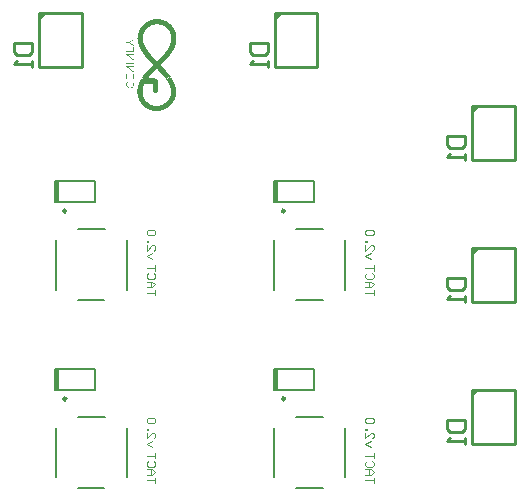
<source format=gbo>
G04*
G04 #@! TF.GenerationSoftware,Altium Limited,Altium Designer,20.1.8 (145)*
G04*
G04 Layer_Color=32896*
%FSLAX25Y25*%
%MOIN*%
G70*
G04*
G04 #@! TF.SameCoordinates,4EEE358A-EBC4-4D44-B4B5-89C592D5BD6F*
G04*
G04*
G04 #@! TF.FilePolarity,Positive*
G04*
G01*
G75*
%ADD12C,0.01000*%
%ADD26C,0.00787*%
%ADD28R,0.01181X0.07480*%
%ADD42C,0.00984*%
%ADD43C,0.00394*%
G36*
X57661Y155831D02*
X57576D01*
Y155789D01*
X57534D01*
Y155747D01*
X57449D01*
Y155704D01*
X57407D01*
Y155662D01*
X57322D01*
Y155620D01*
X57238D01*
Y155578D01*
X57196D01*
Y155535D01*
X57111D01*
Y155493D01*
X57027D01*
Y155451D01*
X56984D01*
Y155409D01*
X56900D01*
Y155367D01*
X56815D01*
Y155324D01*
X56773D01*
Y155282D01*
X56689D01*
Y155240D01*
X56604D01*
Y155197D01*
X56562D01*
Y155155D01*
X56477D01*
Y155113D01*
X56435D01*
Y155071D01*
X56350D01*
Y155028D01*
X56266D01*
Y154944D01*
X56350D01*
Y154902D01*
X56393D01*
Y154859D01*
X56477D01*
Y154817D01*
X56520D01*
Y154775D01*
X56604D01*
Y154733D01*
X56689D01*
Y154690D01*
X56731D01*
Y154648D01*
X56815D01*
Y154606D01*
X56900D01*
Y154564D01*
X56942D01*
Y154521D01*
X57027D01*
Y154479D01*
X57111D01*
Y154437D01*
X57153D01*
Y154394D01*
X57238D01*
Y154352D01*
X57280D01*
Y154310D01*
X57365D01*
Y154268D01*
X57449D01*
Y154226D01*
X57491D01*
Y154183D01*
X57576D01*
Y154141D01*
X57661D01*
Y153845D01*
X57618D01*
Y153887D01*
X57576D01*
Y153930D01*
X57491D01*
Y153972D01*
X57449D01*
Y154014D01*
X57365D01*
Y154057D01*
X57280D01*
Y154099D01*
X57238D01*
Y154141D01*
X57153D01*
Y154183D01*
X57069D01*
Y154226D01*
X57027D01*
Y154268D01*
X56942D01*
Y154310D01*
X56858D01*
Y154352D01*
X56815D01*
Y154394D01*
X56731D01*
Y154437D01*
X56689D01*
Y154479D01*
X56604D01*
Y154521D01*
X56520D01*
Y154564D01*
X56477D01*
Y154606D01*
X56393D01*
Y154648D01*
X56308D01*
Y154690D01*
X56266D01*
Y154733D01*
X56182D01*
Y154775D01*
X56097D01*
Y154817D01*
X56055D01*
Y154859D01*
X55167D01*
Y155071D01*
X56012D01*
Y155113D01*
X56097D01*
Y155155D01*
X56182D01*
Y155197D01*
X56224D01*
Y155240D01*
X56308D01*
Y155282D01*
X56393D01*
Y155324D01*
X56435D01*
Y155367D01*
X56520D01*
Y155409D01*
X56562D01*
Y155451D01*
X56646D01*
Y155493D01*
X56731D01*
Y155535D01*
X56773D01*
Y155578D01*
X56858D01*
Y155620D01*
X56942D01*
Y155662D01*
X56984D01*
Y155704D01*
X57069D01*
Y155747D01*
X57153D01*
Y155789D01*
X57196D01*
Y155831D01*
X57280D01*
Y155874D01*
X57322D01*
Y155916D01*
X57407D01*
Y155958D01*
X57491D01*
Y156000D01*
X57534D01*
Y156043D01*
X57618D01*
Y156085D01*
X57661D01*
Y155831D01*
D02*
G37*
G36*
Y151986D02*
X55167D01*
Y152239D01*
X56224D01*
Y153507D01*
X56435D01*
Y152239D01*
X57449D01*
Y153676D01*
X57661D01*
Y151986D01*
D02*
G37*
G36*
Y150929D02*
X55674D01*
Y150845D01*
X55717D01*
Y150803D01*
X55759D01*
Y150760D01*
X55801D01*
Y150718D01*
X55886D01*
Y150676D01*
X55928D01*
Y150634D01*
X55970D01*
Y150591D01*
X56012D01*
Y150549D01*
X56097D01*
Y150507D01*
X56139D01*
Y150465D01*
X56182D01*
Y150422D01*
X56224D01*
Y150380D01*
X56308D01*
Y150338D01*
X56350D01*
Y150295D01*
X56393D01*
Y150253D01*
X56435D01*
Y150211D01*
X56520D01*
Y150169D01*
X56562D01*
Y150127D01*
X56604D01*
Y150084D01*
X56689D01*
Y150042D01*
X56731D01*
Y150000D01*
X56773D01*
Y149958D01*
X56815D01*
Y149915D01*
X56900D01*
Y149873D01*
X56942D01*
Y149831D01*
X56984D01*
Y149788D01*
X57027D01*
Y149746D01*
X57111D01*
Y149704D01*
X57153D01*
Y149662D01*
X57196D01*
Y149619D01*
X57238D01*
Y149577D01*
X57322D01*
Y149535D01*
X57365D01*
Y149493D01*
X57407D01*
Y149450D01*
X57449D01*
Y149408D01*
X57534D01*
Y149366D01*
X57576D01*
Y149324D01*
X57618D01*
Y149281D01*
X57661D01*
Y149070D01*
X55167D01*
Y149324D01*
X57196D01*
Y149366D01*
X57153D01*
Y149408D01*
X57069D01*
Y149450D01*
X57027D01*
Y149493D01*
X56984D01*
Y149535D01*
X56942D01*
Y149577D01*
X56858D01*
Y149619D01*
X56815D01*
Y149662D01*
X56773D01*
Y149704D01*
X56689D01*
Y149746D01*
X56646D01*
Y149788D01*
X56604D01*
Y149831D01*
X56562D01*
Y149873D01*
X56477D01*
Y149915D01*
X56435D01*
Y149958D01*
X56393D01*
Y150000D01*
X56350D01*
Y150042D01*
X56266D01*
Y150084D01*
X56224D01*
Y150127D01*
X56182D01*
Y150169D01*
X56139D01*
Y150211D01*
X56055D01*
Y150253D01*
X56012D01*
Y150295D01*
X55970D01*
Y150338D01*
X55928D01*
Y150380D01*
X55843D01*
Y150422D01*
X55801D01*
Y150465D01*
X55759D01*
Y150507D01*
X55674D01*
Y150549D01*
X55632D01*
Y150591D01*
X55590D01*
Y150634D01*
X55548D01*
Y150676D01*
X55463D01*
Y150718D01*
X55421D01*
Y150760D01*
X55379D01*
Y150803D01*
X55336D01*
Y150845D01*
X55252D01*
Y150887D01*
X55210D01*
Y150929D01*
X55167D01*
Y151141D01*
X57661D01*
Y150929D01*
D02*
G37*
G36*
Y148014D02*
X55167D01*
Y148225D01*
X57661D01*
Y148014D01*
D02*
G37*
G36*
Y146915D02*
X55632D01*
Y146873D01*
X55674D01*
Y146830D01*
X55717D01*
Y146788D01*
X55801D01*
Y146746D01*
X55843D01*
Y146704D01*
X55886D01*
Y146661D01*
X55970D01*
Y146619D01*
X56012D01*
Y146577D01*
X56055D01*
Y146535D01*
X56097D01*
Y146492D01*
X56182D01*
Y146450D01*
X56224D01*
Y146408D01*
X56266D01*
Y146366D01*
X56308D01*
Y146323D01*
X56393D01*
Y146281D01*
X56435D01*
Y146239D01*
X56477D01*
Y146196D01*
X56520D01*
Y146154D01*
X56604D01*
Y146112D01*
X56646D01*
Y146070D01*
X56689D01*
Y146028D01*
X56731D01*
Y145985D01*
X56815D01*
Y145943D01*
X56858D01*
Y145901D01*
X56900D01*
Y145859D01*
X56942D01*
Y145816D01*
X57027D01*
Y145774D01*
X57069D01*
Y145732D01*
X57111D01*
Y145689D01*
X57153D01*
Y145647D01*
X57238D01*
Y145605D01*
X57280D01*
Y145563D01*
X57322D01*
Y145520D01*
X57407D01*
Y145478D01*
X57449D01*
Y145436D01*
X57491D01*
Y145394D01*
X57534D01*
Y145351D01*
X57618D01*
Y145309D01*
X57661D01*
Y145098D01*
X55167D01*
Y145309D01*
X57153D01*
Y145394D01*
X57111D01*
Y145436D01*
X57069D01*
Y145478D01*
X56984D01*
Y145520D01*
X56942D01*
Y145563D01*
X56900D01*
Y145605D01*
X56858D01*
Y145647D01*
X56773D01*
Y145689D01*
X56731D01*
Y145732D01*
X56689D01*
Y145774D01*
X56646D01*
Y145816D01*
X56562D01*
Y145859D01*
X56520D01*
Y145901D01*
X56477D01*
Y145943D01*
X56435D01*
Y145985D01*
X56350D01*
Y146028D01*
X56308D01*
Y146070D01*
X56266D01*
Y146112D01*
X56182D01*
Y146154D01*
X56139D01*
Y146196D01*
X56097D01*
Y146239D01*
X56055D01*
Y146281D01*
X55970D01*
Y146323D01*
X55928D01*
Y146366D01*
X55886D01*
Y146408D01*
X55843D01*
Y146450D01*
X55759D01*
Y146492D01*
X55717D01*
Y146535D01*
X55674D01*
Y146577D01*
X55632D01*
Y146619D01*
X55548D01*
Y146661D01*
X55505D01*
Y146704D01*
X55463D01*
Y146746D01*
X55421D01*
Y146788D01*
X55336D01*
Y146830D01*
X55294D01*
Y146873D01*
X55252D01*
Y146915D01*
X55210D01*
Y146957D01*
X55167D01*
Y147169D01*
X57661D01*
Y146915D01*
D02*
G37*
G36*
X65921Y162789D02*
X66302D01*
Y162746D01*
X66555D01*
Y162704D01*
X66766D01*
Y162662D01*
X66978D01*
Y162620D01*
X67147D01*
Y162577D01*
X67273D01*
Y162535D01*
X67400D01*
Y162493D01*
X67527D01*
Y162451D01*
X67654D01*
Y162408D01*
X67781D01*
Y162366D01*
X67865D01*
Y162324D01*
X67992D01*
Y162282D01*
X68076D01*
Y162239D01*
X68161D01*
Y162197D01*
X68246D01*
Y162155D01*
X68372D01*
Y162112D01*
X68414D01*
Y162070D01*
X68499D01*
Y162028D01*
X68584D01*
Y161986D01*
X68668D01*
Y161943D01*
X68753D01*
Y161901D01*
X68795D01*
Y161859D01*
X68879D01*
Y161817D01*
X68922D01*
Y161774D01*
X69006D01*
Y161732D01*
X69091D01*
Y161690D01*
X69133D01*
Y161648D01*
X69175D01*
Y161605D01*
X69260D01*
Y161563D01*
X69302D01*
Y161521D01*
X69344D01*
Y161479D01*
X69429D01*
Y161436D01*
X69471D01*
Y161394D01*
X69513D01*
Y161352D01*
X69555D01*
Y161310D01*
X69640D01*
Y161267D01*
X69682D01*
Y161225D01*
X69725D01*
Y161183D01*
X69767D01*
Y161141D01*
X69809D01*
Y161098D01*
X69851D01*
Y161056D01*
X69893D01*
Y161014D01*
X69936D01*
Y160971D01*
X69978D01*
Y160929D01*
X70020D01*
Y160887D01*
X70063D01*
Y160845D01*
X70105D01*
Y160802D01*
X70147D01*
Y160760D01*
X70189D01*
Y160718D01*
X70232D01*
Y160676D01*
X70274D01*
Y160633D01*
X70316D01*
Y160591D01*
X70358D01*
Y160507D01*
X70401D01*
Y160464D01*
X70443D01*
Y160422D01*
X70485D01*
Y160380D01*
X70527D01*
Y160295D01*
X70570D01*
Y160253D01*
X70612D01*
Y160211D01*
X70654D01*
Y160126D01*
X70696D01*
Y160084D01*
X70739D01*
Y160000D01*
X70781D01*
Y159957D01*
X70823D01*
Y159873D01*
X70865D01*
Y159831D01*
X70908D01*
Y159746D01*
X70950D01*
Y159661D01*
X70992D01*
Y159619D01*
X71034D01*
Y159535D01*
X71077D01*
Y159450D01*
X71119D01*
Y159366D01*
X71161D01*
Y159281D01*
X71204D01*
Y159197D01*
X71246D01*
Y159112D01*
X71288D01*
Y158985D01*
X71330D01*
Y158901D01*
X71372D01*
Y158774D01*
X71415D01*
Y158690D01*
X71457D01*
Y158563D01*
X71499D01*
Y158436D01*
X71542D01*
Y158309D01*
X71584D01*
Y158140D01*
X71626D01*
Y157971D01*
X71668D01*
Y157802D01*
X71711D01*
Y157549D01*
X71753D01*
Y157295D01*
X71795D01*
Y156872D01*
X71837D01*
Y155816D01*
X71795D01*
Y155394D01*
X71753D01*
Y155098D01*
X71711D01*
Y154886D01*
X71668D01*
Y154675D01*
X71626D01*
Y154506D01*
X71584D01*
Y154337D01*
X71542D01*
Y154210D01*
X71499D01*
Y154084D01*
X71457D01*
Y153957D01*
X71415D01*
Y153830D01*
X71372D01*
Y153703D01*
X71330D01*
Y153576D01*
X71288D01*
Y153492D01*
X71246D01*
Y153365D01*
X71204D01*
Y153281D01*
X71161D01*
Y153154D01*
X71119D01*
Y153069D01*
X71077D01*
Y152985D01*
X71034D01*
Y152900D01*
X70992D01*
Y152816D01*
X70950D01*
Y152731D01*
X70908D01*
Y152647D01*
X70865D01*
Y152562D01*
X70823D01*
Y152478D01*
X70781D01*
Y152393D01*
X70739D01*
Y152309D01*
X70696D01*
Y152266D01*
X70654D01*
Y152182D01*
X70612D01*
Y152097D01*
X70570D01*
Y152055D01*
X70527D01*
Y151971D01*
X70485D01*
Y151886D01*
X70443D01*
Y151844D01*
X70401D01*
Y151759D01*
X70358D01*
Y151717D01*
X70316D01*
Y151632D01*
X70274D01*
Y151590D01*
X70232D01*
Y151506D01*
X70189D01*
Y151463D01*
X70147D01*
Y151379D01*
X70105D01*
Y151337D01*
X70063D01*
Y151252D01*
X70020D01*
Y151210D01*
X69978D01*
Y151168D01*
X69936D01*
Y151083D01*
X69893D01*
Y151041D01*
X69851D01*
Y150999D01*
X69809D01*
Y150914D01*
X69767D01*
Y150872D01*
X69725D01*
Y150830D01*
X69682D01*
Y150745D01*
X69640D01*
Y150703D01*
X69598D01*
Y150661D01*
X69555D01*
Y150618D01*
X69513D01*
Y150534D01*
X69471D01*
Y150492D01*
X69429D01*
Y150449D01*
X69386D01*
Y150407D01*
X69344D01*
Y150323D01*
X69302D01*
Y150280D01*
X69260D01*
Y150238D01*
X69217D01*
Y150196D01*
X69175D01*
Y150154D01*
X69133D01*
Y150111D01*
X69091D01*
Y150027D01*
X69048D01*
Y149985D01*
X69006D01*
Y149942D01*
X68964D01*
Y149900D01*
X68922D01*
Y149858D01*
X68879D01*
Y149815D01*
X68837D01*
Y149773D01*
X68795D01*
Y149689D01*
X68753D01*
Y149646D01*
X68710D01*
Y149604D01*
X68668D01*
Y149562D01*
X68626D01*
Y149520D01*
X68584D01*
Y149477D01*
X68541D01*
Y149435D01*
X68499D01*
Y149393D01*
X68457D01*
Y149351D01*
X68414D01*
Y149308D01*
X68372D01*
Y149266D01*
X68330D01*
Y149182D01*
X68288D01*
Y149139D01*
X68246D01*
Y149097D01*
X68203D01*
Y149055D01*
X68161D01*
Y149013D01*
X68119D01*
Y148970D01*
X68076D01*
Y148928D01*
X68034D01*
Y148886D01*
X67992D01*
Y148844D01*
X67950D01*
Y148801D01*
X67907D01*
Y148759D01*
X67865D01*
Y148717D01*
X67823D01*
Y148674D01*
X67781D01*
Y148632D01*
X67738D01*
Y148590D01*
X67696D01*
Y148548D01*
X67654D01*
Y148505D01*
X67612D01*
Y148463D01*
X67569D01*
Y148421D01*
X67527D01*
Y148379D01*
X67485D01*
Y148336D01*
X67443D01*
Y148294D01*
X67400D01*
Y148252D01*
X67358D01*
Y148210D01*
X67316D01*
Y148167D01*
X67273D01*
Y148125D01*
X67231D01*
Y148083D01*
X67189D01*
Y148041D01*
X67147D01*
Y147998D01*
X67105D01*
Y147956D01*
X67062D01*
Y147914D01*
X67020D01*
Y147872D01*
X66978D01*
Y147829D01*
X66935D01*
Y147787D01*
X66893D01*
Y147745D01*
X66851D01*
Y147703D01*
X66809D01*
Y147660D01*
X66766D01*
Y147618D01*
X66724D01*
Y147576D01*
X66682D01*
Y147534D01*
X66640D01*
Y147491D01*
X66597D01*
Y147407D01*
X66640D01*
Y147364D01*
X66682D01*
Y147322D01*
X66724D01*
Y147280D01*
X66766D01*
Y147238D01*
X66809D01*
Y147195D01*
X66851D01*
Y147153D01*
X66893D01*
Y147111D01*
X66935D01*
Y147069D01*
X66978D01*
Y147027D01*
X67020D01*
Y146984D01*
X67062D01*
Y146942D01*
X67105D01*
Y146900D01*
X67147D01*
Y146857D01*
X67189D01*
Y146815D01*
X67231D01*
Y146731D01*
X67273D01*
Y146688D01*
X67316D01*
Y146646D01*
X67358D01*
Y146604D01*
X67400D01*
Y146562D01*
X67443D01*
Y146519D01*
X67485D01*
Y146477D01*
X67527D01*
Y146435D01*
X67569D01*
Y146393D01*
X67612D01*
Y146350D01*
X67654D01*
Y146308D01*
X67696D01*
Y146266D01*
X67738D01*
Y146181D01*
X67781D01*
Y146139D01*
X67823D01*
Y146097D01*
X67865D01*
Y146054D01*
X67907D01*
Y146012D01*
X67950D01*
Y145970D01*
X67992D01*
Y145928D01*
X68034D01*
Y145886D01*
X68076D01*
Y145843D01*
X68119D01*
Y145801D01*
X68161D01*
Y145717D01*
X68203D01*
Y145674D01*
X68246D01*
Y145632D01*
X68288D01*
Y145590D01*
X68330D01*
Y145547D01*
X68372D01*
Y145505D01*
X68414D01*
Y145463D01*
X68457D01*
Y145421D01*
X68499D01*
Y145336D01*
X68541D01*
Y145294D01*
X68584D01*
Y145252D01*
X68626D01*
Y145209D01*
X68668D01*
Y145167D01*
X68710D01*
Y145125D01*
X68753D01*
Y145083D01*
X68795D01*
Y144998D01*
X68837D01*
Y144956D01*
X68879D01*
Y144914D01*
X68922D01*
Y144871D01*
X68964D01*
Y144829D01*
X69006D01*
Y144787D01*
X69048D01*
Y144702D01*
X69091D01*
Y144660D01*
X69133D01*
Y144618D01*
X69175D01*
Y144576D01*
X69217D01*
Y144533D01*
X69260D01*
Y144449D01*
X69302D01*
Y144406D01*
X69344D01*
Y144364D01*
X69386D01*
Y144322D01*
X69429D01*
Y144237D01*
X69471D01*
Y144195D01*
X69513D01*
Y144153D01*
X69555D01*
Y144111D01*
X69598D01*
Y144026D01*
X69640D01*
Y143984D01*
X69682D01*
Y143942D01*
X69725D01*
Y143857D01*
X69767D01*
Y143815D01*
X69809D01*
Y143773D01*
X69851D01*
Y143688D01*
X69893D01*
Y143646D01*
X69936D01*
Y143604D01*
X69978D01*
Y143519D01*
X70020D01*
Y143477D01*
X70063D01*
Y143435D01*
X69978D01*
Y143477D01*
X69851D01*
Y143519D01*
X69344D01*
Y143477D01*
X69217D01*
Y143435D01*
X69133D01*
Y143392D01*
X69048D01*
Y143350D01*
X68964D01*
Y143308D01*
X68922D01*
Y143265D01*
X68879D01*
Y143223D01*
X68837D01*
Y143181D01*
X68795D01*
Y143139D01*
X68753D01*
Y143054D01*
X68710D01*
Y142970D01*
X68668D01*
Y142885D01*
X68626D01*
Y142758D01*
X68584D01*
Y142547D01*
X68541D01*
Y142589D01*
X68499D01*
Y142674D01*
X68457D01*
Y142716D01*
X68414D01*
Y142758D01*
X68372D01*
Y142843D01*
X68330D01*
Y142885D01*
X68288D01*
Y142928D01*
X68246D01*
Y143012D01*
X68203D01*
Y143054D01*
X68161D01*
Y143096D01*
X68119D01*
Y143139D01*
X68076D01*
Y143223D01*
X68034D01*
Y143265D01*
X67992D01*
Y143308D01*
X67950D01*
Y143350D01*
X67907D01*
Y143435D01*
X67865D01*
Y143477D01*
X67823D01*
Y143519D01*
X67781D01*
Y143561D01*
X67738D01*
Y143604D01*
X67696D01*
Y143646D01*
X67654D01*
Y143730D01*
X67612D01*
Y143773D01*
X67569D01*
Y143815D01*
X67527D01*
Y143857D01*
X67485D01*
Y143899D01*
X67443D01*
Y143942D01*
X67400D01*
Y144026D01*
X67358D01*
Y144068D01*
X67316D01*
Y144111D01*
X67273D01*
Y144153D01*
X67231D01*
Y144195D01*
X67189D01*
Y144237D01*
X67147D01*
Y144280D01*
X67105D01*
Y144364D01*
X67062D01*
Y144406D01*
X67020D01*
Y144449D01*
X66978D01*
Y144491D01*
X66935D01*
Y144533D01*
X66893D01*
Y144576D01*
X66851D01*
Y144618D01*
X66809D01*
Y144660D01*
X66766D01*
Y144745D01*
X66724D01*
Y144787D01*
X66682D01*
Y144829D01*
X66640D01*
Y144871D01*
X66597D01*
Y144914D01*
X66555D01*
Y144956D01*
X66513D01*
Y144998D01*
X66471D01*
Y145040D01*
X66428D01*
Y145083D01*
X66386D01*
Y145125D01*
X66344D01*
Y145167D01*
X66302D01*
Y145252D01*
X66259D01*
Y145294D01*
X66217D01*
Y145336D01*
X66175D01*
Y145378D01*
X66133D01*
Y145421D01*
X66090D01*
Y145463D01*
X66048D01*
Y145505D01*
X66006D01*
Y145547D01*
X65964D01*
Y145590D01*
X65921D01*
Y145632D01*
X65879D01*
Y145674D01*
X65837D01*
Y145717D01*
X65794D01*
Y145759D01*
X65752D01*
Y145843D01*
X65710D01*
Y145886D01*
X65668D01*
Y145928D01*
X65626D01*
Y145970D01*
X65583D01*
Y146012D01*
X65541D01*
Y146054D01*
X65499D01*
Y146097D01*
X65456D01*
Y146139D01*
X65414D01*
Y146181D01*
X65372D01*
Y146224D01*
X65245D01*
Y146181D01*
X65203D01*
Y146139D01*
X65161D01*
Y146097D01*
X65118D01*
Y146054D01*
X65076D01*
Y146012D01*
X65034D01*
Y145970D01*
X64992D01*
Y145928D01*
X64949D01*
Y145886D01*
X64907D01*
Y145843D01*
X64865D01*
Y145801D01*
X64823D01*
Y145759D01*
X64780D01*
Y145717D01*
X64738D01*
Y145674D01*
X64696D01*
Y145632D01*
X64654D01*
Y145590D01*
X64611D01*
Y145547D01*
X64569D01*
Y145505D01*
X64527D01*
Y145463D01*
X64485D01*
Y145421D01*
X64442D01*
Y145378D01*
X64400D01*
Y145336D01*
X64358D01*
Y145294D01*
X64315D01*
Y145252D01*
X64273D01*
Y145209D01*
X64231D01*
Y145167D01*
X64189D01*
Y145125D01*
X64147D01*
Y145083D01*
X64104D01*
Y145040D01*
X64062D01*
Y144998D01*
X64020D01*
Y144956D01*
X63977D01*
Y144914D01*
X63935D01*
Y144871D01*
X63893D01*
Y144829D01*
X63851D01*
Y144787D01*
X63808D01*
Y144745D01*
X63766D01*
Y144702D01*
X63724D01*
Y144660D01*
X63682D01*
Y144618D01*
X63639D01*
Y144576D01*
X63597D01*
Y144533D01*
X63555D01*
Y144491D01*
X63513D01*
Y144449D01*
X63470D01*
Y144406D01*
X63428D01*
Y144364D01*
X63386D01*
Y144322D01*
X63344D01*
Y144280D01*
X63301D01*
Y144237D01*
X63259D01*
Y144195D01*
X63217D01*
Y144111D01*
X63174D01*
Y144068D01*
X63132D01*
Y144026D01*
X63090D01*
Y143984D01*
X63048D01*
Y143942D01*
X63006D01*
Y143899D01*
X62963D01*
Y143857D01*
X62921D01*
Y143815D01*
X62879D01*
Y143773D01*
X62836D01*
Y143688D01*
X62794D01*
Y143646D01*
X62752D01*
Y143604D01*
X62710D01*
Y143561D01*
X62667D01*
Y143519D01*
X62625D01*
Y143477D01*
X62583D01*
Y143392D01*
X62541D01*
Y143350D01*
X62498D01*
Y143308D01*
X62456D01*
Y143265D01*
X62414D01*
Y143181D01*
X60428D01*
Y143139D01*
X60301D01*
Y143096D01*
X60216D01*
Y143139D01*
X60259D01*
Y143223D01*
X60301D01*
Y143308D01*
X60343D01*
Y143350D01*
X60386D01*
Y143435D01*
X60428D01*
Y143477D01*
X60470D01*
Y143561D01*
X60512D01*
Y143604D01*
X60554D01*
Y143688D01*
X60597D01*
Y143730D01*
X60639D01*
Y143815D01*
X60681D01*
Y143857D01*
X60724D01*
Y143899D01*
X60766D01*
Y143984D01*
X60808D01*
Y144026D01*
X60850D01*
Y144068D01*
X60893D01*
Y144153D01*
X60935D01*
Y144195D01*
X60977D01*
Y144237D01*
X61019D01*
Y144280D01*
X61062D01*
Y144364D01*
X61104D01*
Y144406D01*
X61146D01*
Y144449D01*
X61188D01*
Y144491D01*
X61231D01*
Y144576D01*
X61273D01*
Y144618D01*
X61315D01*
Y144660D01*
X61357D01*
Y144702D01*
X61400D01*
Y144745D01*
X61442D01*
Y144787D01*
X61484D01*
Y144871D01*
X61527D01*
Y144914D01*
X61569D01*
Y144956D01*
X61611D01*
Y144998D01*
X61653D01*
Y145040D01*
X61695D01*
Y145083D01*
X61738D01*
Y145125D01*
X61780D01*
Y145167D01*
X61822D01*
Y145252D01*
X61865D01*
Y145294D01*
X61907D01*
Y145336D01*
X61949D01*
Y145378D01*
X61991D01*
Y145421D01*
X62034D01*
Y145463D01*
X62076D01*
Y145505D01*
X62118D01*
Y145547D01*
X62160D01*
Y145590D01*
X62203D01*
Y145632D01*
X62245D01*
Y145674D01*
X62287D01*
Y145717D01*
X62329D01*
Y145759D01*
X62372D01*
Y145801D01*
X62414D01*
Y145886D01*
X62456D01*
Y145928D01*
X62498D01*
Y145970D01*
X62541D01*
Y146012D01*
X62583D01*
Y146054D01*
X62625D01*
Y146097D01*
X62667D01*
Y146139D01*
X62710D01*
Y146181D01*
X62752D01*
Y146224D01*
X62794D01*
Y146266D01*
X62836D01*
Y146308D01*
X62879D01*
Y146350D01*
X62921D01*
Y146393D01*
X62963D01*
Y146435D01*
X63006D01*
Y146477D01*
X63048D01*
Y146519D01*
X63090D01*
Y146562D01*
X63132D01*
Y146604D01*
X63174D01*
Y146646D01*
X63217D01*
Y146688D01*
X63259D01*
Y146731D01*
X63301D01*
Y146773D01*
X63344D01*
Y146815D01*
X63386D01*
Y146857D01*
X63428D01*
Y146900D01*
X63470D01*
Y146942D01*
X63555D01*
Y146984D01*
X63597D01*
Y147027D01*
X63639D01*
Y147069D01*
X63682D01*
Y147111D01*
X63724D01*
Y147153D01*
X63766D01*
Y147195D01*
X63808D01*
Y147238D01*
X63851D01*
Y147280D01*
X63893D01*
Y147322D01*
X63935D01*
Y147364D01*
X63977D01*
Y147407D01*
X64020D01*
Y147449D01*
X64062D01*
Y147491D01*
X64104D01*
Y147534D01*
X64062D01*
Y147576D01*
X64020D01*
Y147618D01*
X63977D01*
Y147703D01*
X63935D01*
Y147745D01*
X63893D01*
Y147787D01*
X63851D01*
Y147829D01*
X63808D01*
Y147872D01*
X63766D01*
Y147914D01*
X63724D01*
Y147956D01*
X63682D01*
Y147998D01*
X63639D01*
Y148041D01*
X63597D01*
Y148083D01*
X63555D01*
Y148125D01*
X63513D01*
Y148167D01*
X63470D01*
Y148210D01*
X63428D01*
Y148252D01*
X63386D01*
Y148294D01*
X63344D01*
Y148336D01*
X63301D01*
Y148379D01*
X63259D01*
Y148421D01*
X63217D01*
Y148463D01*
X63174D01*
Y148505D01*
X63132D01*
Y148548D01*
X63090D01*
Y148590D01*
X63048D01*
Y148632D01*
X63006D01*
Y148674D01*
X62963D01*
Y148717D01*
X62921D01*
Y148759D01*
X62879D01*
Y148801D01*
X62836D01*
Y148886D01*
X62794D01*
Y148928D01*
X62752D01*
Y148970D01*
X62710D01*
Y149013D01*
X62667D01*
Y149055D01*
X62625D01*
Y149097D01*
X62583D01*
Y149139D01*
X62541D01*
Y149182D01*
X62498D01*
Y149224D01*
X62456D01*
Y149266D01*
X62414D01*
Y149308D01*
X62372D01*
Y149351D01*
X62329D01*
Y149393D01*
X62287D01*
Y149435D01*
X62245D01*
Y149520D01*
X62203D01*
Y149562D01*
X62160D01*
Y149604D01*
X62118D01*
Y149646D01*
X62076D01*
Y149689D01*
X62034D01*
Y149773D01*
X61991D01*
Y149815D01*
X61949D01*
Y149858D01*
X61907D01*
Y149900D01*
X61865D01*
Y149942D01*
X61822D01*
Y150027D01*
X61780D01*
Y150069D01*
X61738D01*
Y150111D01*
X61695D01*
Y150154D01*
X61653D01*
Y150238D01*
X61611D01*
Y150280D01*
X61569D01*
Y150323D01*
X61527D01*
Y150365D01*
X61484D01*
Y150449D01*
X61442D01*
Y150492D01*
X61400D01*
Y150534D01*
X61357D01*
Y150618D01*
X61315D01*
Y150661D01*
X61273D01*
Y150703D01*
X61231D01*
Y150745D01*
X61188D01*
Y150830D01*
X61146D01*
Y150872D01*
X61104D01*
Y150914D01*
X61062D01*
Y150999D01*
X61019D01*
Y151041D01*
X60977D01*
Y151126D01*
X60935D01*
Y151168D01*
X60893D01*
Y151210D01*
X60850D01*
Y151295D01*
X60808D01*
Y151337D01*
X60766D01*
Y151421D01*
X60724D01*
Y151463D01*
X60681D01*
Y151548D01*
X60639D01*
Y151590D01*
X60597D01*
Y151675D01*
X60554D01*
Y151717D01*
X60512D01*
Y151802D01*
X60470D01*
Y151844D01*
X60428D01*
Y151928D01*
X60386D01*
Y151971D01*
X60343D01*
Y152055D01*
X60301D01*
Y152097D01*
X60259D01*
Y152182D01*
X60216D01*
Y152266D01*
X60174D01*
Y152309D01*
X60132D01*
Y152393D01*
X60090D01*
Y152478D01*
X60048D01*
Y152562D01*
X60005D01*
Y152604D01*
X59963D01*
Y152689D01*
X59921D01*
Y152773D01*
X59878D01*
Y152858D01*
X59836D01*
Y152943D01*
X59794D01*
Y153027D01*
X59752D01*
Y153112D01*
X59709D01*
Y153196D01*
X59667D01*
Y153281D01*
X59625D01*
Y153365D01*
X59583D01*
Y153492D01*
X59540D01*
Y153576D01*
X59498D01*
Y153661D01*
X59456D01*
Y153788D01*
X59414D01*
Y153872D01*
X59371D01*
Y153999D01*
X59329D01*
Y154126D01*
X59287D01*
Y154253D01*
X59245D01*
Y154379D01*
X59202D01*
Y154506D01*
X59160D01*
Y154633D01*
X59118D01*
Y154802D01*
X59075D01*
Y154971D01*
X59033D01*
Y155182D01*
X58991D01*
Y155394D01*
X58949D01*
Y155689D01*
X58907D01*
Y156239D01*
X58864D01*
Y156661D01*
X58907D01*
Y157168D01*
X58949D01*
Y157464D01*
X58991D01*
Y157675D01*
X59033D01*
Y157887D01*
X59075D01*
Y158056D01*
X59118D01*
Y158183D01*
X59160D01*
Y158309D01*
X59202D01*
Y158436D01*
X59245D01*
Y158563D01*
X59287D01*
Y158690D01*
X59329D01*
Y158774D01*
X59371D01*
Y158859D01*
X59414D01*
Y158985D01*
X59456D01*
Y159070D01*
X59498D01*
Y159154D01*
X59540D01*
Y159239D01*
X59583D01*
Y159324D01*
X59625D01*
Y159408D01*
X59667D01*
Y159493D01*
X59709D01*
Y159535D01*
X59752D01*
Y159619D01*
X59794D01*
Y159704D01*
X59836D01*
Y159746D01*
X59878D01*
Y159831D01*
X59921D01*
Y159873D01*
X59963D01*
Y159957D01*
X60005D01*
Y160000D01*
X60048D01*
Y160084D01*
X60090D01*
Y160126D01*
X60132D01*
Y160211D01*
X60174D01*
Y160253D01*
X60216D01*
Y160295D01*
X60259D01*
Y160338D01*
X60301D01*
Y160422D01*
X60343D01*
Y160464D01*
X60386D01*
Y160507D01*
X60428D01*
Y160549D01*
X60470D01*
Y160591D01*
X60512D01*
Y160676D01*
X60554D01*
Y160718D01*
X60597D01*
Y160760D01*
X60639D01*
Y160802D01*
X60681D01*
Y160845D01*
X60724D01*
Y160887D01*
X60766D01*
Y160929D01*
X60808D01*
Y160971D01*
X60850D01*
Y161014D01*
X60893D01*
Y161056D01*
X60935D01*
Y161098D01*
X60977D01*
Y161141D01*
X61019D01*
Y161183D01*
X61104D01*
Y161225D01*
X61146D01*
Y161267D01*
X61188D01*
Y161310D01*
X61231D01*
Y161352D01*
X61273D01*
Y161394D01*
X61357D01*
Y161436D01*
X61400D01*
Y161479D01*
X61442D01*
Y161521D01*
X61484D01*
Y161563D01*
X61569D01*
Y161605D01*
X61611D01*
Y161648D01*
X61695D01*
Y161690D01*
X61738D01*
Y161732D01*
X61822D01*
Y161774D01*
X61865D01*
Y161817D01*
X61949D01*
Y161859D01*
X61991D01*
Y161901D01*
X62076D01*
Y161943D01*
X62160D01*
Y161986D01*
X62203D01*
Y162028D01*
X62287D01*
Y162070D01*
X62372D01*
Y162112D01*
X62456D01*
Y162155D01*
X62541D01*
Y162197D01*
X62625D01*
Y162239D01*
X62710D01*
Y162282D01*
X62836D01*
Y162324D01*
X62921D01*
Y162366D01*
X63048D01*
Y162408D01*
X63174D01*
Y162451D01*
X63259D01*
Y162493D01*
X63386D01*
Y162535D01*
X63555D01*
Y162577D01*
X63682D01*
Y162620D01*
X63851D01*
Y162662D01*
X64020D01*
Y162704D01*
X64273D01*
Y162746D01*
X64527D01*
Y162789D01*
X64907D01*
Y162831D01*
X65921D01*
Y162789D01*
D02*
G37*
G36*
X55379Y142943D02*
X56308D01*
Y142985D01*
X56350D01*
Y144210D01*
X56520D01*
Y142943D01*
X57449D01*
Y144379D01*
X57661D01*
Y142689D01*
X55167D01*
Y144422D01*
X55379D01*
Y142943D01*
D02*
G37*
G36*
X57365Y141886D02*
X57407D01*
Y141844D01*
X57449D01*
Y141760D01*
X57491D01*
Y141675D01*
X57534D01*
Y141590D01*
X57576D01*
Y141506D01*
X57618D01*
Y141337D01*
X57661D01*
Y140703D01*
X57618D01*
Y140534D01*
X57576D01*
Y140450D01*
X57534D01*
Y140365D01*
X57491D01*
Y140280D01*
X57449D01*
Y140196D01*
X57407D01*
Y140154D01*
X57365D01*
Y140111D01*
X57322D01*
Y140069D01*
X57280D01*
Y140027D01*
X57238D01*
Y139985D01*
X57196D01*
Y139942D01*
X57111D01*
Y139900D01*
X57069D01*
Y139858D01*
X56984D01*
Y139816D01*
X56900D01*
Y139773D01*
X56773D01*
Y139731D01*
X56055D01*
Y139773D01*
X55928D01*
Y139816D01*
X55843D01*
Y139858D01*
X55759D01*
Y139900D01*
X55674D01*
Y139942D01*
X55632D01*
Y139985D01*
X55590D01*
Y140027D01*
X55548D01*
Y140069D01*
X55505D01*
Y140111D01*
X55463D01*
Y140154D01*
X55421D01*
Y140196D01*
X55379D01*
Y140280D01*
X55336D01*
Y140323D01*
X55294D01*
Y140407D01*
X55252D01*
Y140534D01*
X55210D01*
Y140661D01*
X55167D01*
Y141379D01*
X55210D01*
Y141548D01*
X55252D01*
Y141633D01*
X55294D01*
Y141717D01*
X55336D01*
Y141802D01*
X55379D01*
Y141844D01*
X55421D01*
Y141929D01*
X56393D01*
Y141717D01*
X55590D01*
Y141675D01*
X55548D01*
Y141633D01*
X55505D01*
Y141590D01*
X55463D01*
Y141464D01*
X55421D01*
Y141337D01*
X55379D01*
Y141083D01*
X55336D01*
Y140957D01*
X55379D01*
Y140703D01*
X55421D01*
Y140576D01*
X55463D01*
Y140492D01*
X55505D01*
Y140407D01*
X55548D01*
Y140365D01*
X55590D01*
Y140323D01*
X55632D01*
Y140280D01*
X55674D01*
Y140238D01*
X55717D01*
Y140196D01*
X55759D01*
Y140154D01*
X55801D01*
Y140111D01*
X55886D01*
Y140069D01*
X55928D01*
Y140027D01*
X56055D01*
Y139985D01*
X56182D01*
Y139942D01*
X56604D01*
Y139985D01*
X56773D01*
Y140027D01*
X56858D01*
Y140069D01*
X56942D01*
Y140111D01*
X57027D01*
Y140154D01*
X57069D01*
Y140196D01*
X57111D01*
Y140238D01*
X57153D01*
Y140280D01*
X57196D01*
Y140323D01*
X57238D01*
Y140365D01*
X57280D01*
Y140450D01*
X57322D01*
Y140492D01*
X57365D01*
Y140619D01*
X57407D01*
Y140745D01*
X57449D01*
Y141337D01*
X57407D01*
Y141464D01*
X57365D01*
Y141548D01*
X57322D01*
Y141633D01*
X57280D01*
Y141675D01*
X57238D01*
Y141717D01*
X57196D01*
Y141844D01*
X57238D01*
Y141886D01*
X57280D01*
Y141929D01*
X57365D01*
Y141886D01*
D02*
G37*
G36*
X69682Y143350D02*
X69851D01*
Y143308D01*
X69978D01*
Y143265D01*
X70063D01*
Y143223D01*
X70105D01*
Y143181D01*
X70147D01*
Y143139D01*
X70189D01*
Y143096D01*
X70232D01*
Y143054D01*
X70274D01*
Y143012D01*
X70316D01*
Y142970D01*
X70358D01*
Y142885D01*
X70401D01*
Y142801D01*
X70443D01*
Y142758D01*
X70485D01*
Y142674D01*
X70527D01*
Y142589D01*
X70570D01*
Y142547D01*
X70612D01*
Y142463D01*
X70654D01*
Y142378D01*
X70696D01*
Y142294D01*
X70739D01*
Y142209D01*
X70781D01*
Y142125D01*
X70823D01*
Y142040D01*
X70865D01*
Y141955D01*
X70908D01*
Y141871D01*
X70950D01*
Y141787D01*
X70992D01*
Y141702D01*
X71034D01*
Y141618D01*
X71077D01*
Y141533D01*
X71119D01*
Y141448D01*
X71161D01*
Y141322D01*
X71204D01*
Y141237D01*
X71246D01*
Y141110D01*
X71288D01*
Y141026D01*
X71330D01*
Y140899D01*
X71372D01*
Y140772D01*
X71415D01*
Y140646D01*
X71457D01*
Y140519D01*
X71499D01*
Y140350D01*
X71542D01*
Y140223D01*
X71584D01*
Y140054D01*
X71626D01*
Y139843D01*
X71668D01*
Y139631D01*
X71711D01*
Y139378D01*
X71753D01*
Y138955D01*
X71795D01*
Y138152D01*
X71753D01*
Y137772D01*
X71711D01*
Y137476D01*
X71668D01*
Y137265D01*
X71626D01*
Y137096D01*
X71584D01*
Y136927D01*
X71542D01*
Y136800D01*
X71499D01*
Y136673D01*
X71457D01*
Y136547D01*
X71415D01*
Y136420D01*
X71372D01*
Y136335D01*
X71330D01*
Y136208D01*
X71288D01*
Y136124D01*
X71246D01*
Y136039D01*
X71204D01*
Y135913D01*
X71161D01*
Y135828D01*
X71119D01*
Y135744D01*
X71077D01*
Y135659D01*
X71034D01*
Y135575D01*
X70992D01*
Y135532D01*
X70950D01*
Y135448D01*
X70908D01*
Y135363D01*
X70865D01*
Y135321D01*
X70823D01*
Y135237D01*
X70781D01*
Y135152D01*
X70739D01*
Y135110D01*
X70696D01*
Y135025D01*
X70654D01*
Y134983D01*
X70612D01*
Y134941D01*
X70570D01*
Y134856D01*
X70527D01*
Y134814D01*
X70485D01*
Y134730D01*
X70443D01*
Y134687D01*
X70401D01*
Y134645D01*
X70358D01*
Y134603D01*
X70316D01*
Y134518D01*
X70274D01*
Y134476D01*
X70232D01*
Y134434D01*
X70189D01*
Y134391D01*
X70147D01*
Y134349D01*
X70105D01*
Y134307D01*
X70063D01*
Y134265D01*
X70020D01*
Y134222D01*
X69978D01*
Y134180D01*
X69936D01*
Y134138D01*
X69893D01*
Y134096D01*
X69851D01*
Y134053D01*
X69809D01*
Y134011D01*
X69767D01*
Y133969D01*
X69725D01*
Y133927D01*
X69682D01*
Y133884D01*
X69640D01*
Y133842D01*
X69598D01*
Y133800D01*
X69555D01*
Y133757D01*
X69513D01*
Y133715D01*
X69471D01*
Y133673D01*
X69386D01*
Y133631D01*
X69344D01*
Y133589D01*
X69302D01*
Y133546D01*
X69260D01*
Y133504D01*
X69175D01*
Y133462D01*
X69133D01*
Y133420D01*
X69091D01*
Y133377D01*
X69006D01*
Y133335D01*
X68964D01*
Y133293D01*
X68879D01*
Y133250D01*
X68837D01*
Y133208D01*
X68753D01*
Y133166D01*
X68710D01*
Y133124D01*
X68626D01*
Y133081D01*
X68541D01*
Y133039D01*
X68457D01*
Y132997D01*
X68414D01*
Y132955D01*
X68330D01*
Y132912D01*
X68246D01*
Y132870D01*
X68161D01*
Y132828D01*
X68076D01*
Y132786D01*
X67992D01*
Y132743D01*
X67865D01*
Y132701D01*
X67781D01*
Y132659D01*
X67696D01*
Y132617D01*
X67569D01*
Y132574D01*
X67443D01*
Y132532D01*
X67316D01*
Y132490D01*
X67189D01*
Y132448D01*
X67062D01*
Y132405D01*
X66893D01*
Y132363D01*
X66724D01*
Y132321D01*
X66513D01*
Y132279D01*
X66259D01*
Y132236D01*
X65921D01*
Y132194D01*
X64569D01*
Y132236D01*
X64273D01*
Y132279D01*
X64020D01*
Y132321D01*
X63808D01*
Y132363D01*
X63639D01*
Y132405D01*
X63470D01*
Y132448D01*
X63344D01*
Y132490D01*
X63217D01*
Y132532D01*
X63090D01*
Y132574D01*
X62963D01*
Y132617D01*
X62836D01*
Y132659D01*
X62752D01*
Y132701D01*
X62667D01*
Y132743D01*
X62541D01*
Y132786D01*
X62456D01*
Y132828D01*
X62372D01*
Y132870D01*
X62287D01*
Y132912D01*
X62203D01*
Y132955D01*
X62118D01*
Y132997D01*
X62076D01*
Y133039D01*
X61991D01*
Y133081D01*
X61907D01*
Y133124D01*
X61865D01*
Y133166D01*
X61780D01*
Y133208D01*
X61695D01*
Y133250D01*
X61653D01*
Y133293D01*
X61569D01*
Y133335D01*
X61527D01*
Y133377D01*
X61484D01*
Y133420D01*
X61400D01*
Y133462D01*
X61357D01*
Y133504D01*
X61273D01*
Y133546D01*
X61231D01*
Y133589D01*
X61188D01*
Y133631D01*
X61146D01*
Y133673D01*
X61104D01*
Y133715D01*
X61019D01*
Y133757D01*
X60977D01*
Y133800D01*
X60935D01*
Y133842D01*
X60893D01*
Y133884D01*
X60850D01*
Y133927D01*
X60808D01*
Y133969D01*
X60766D01*
Y134011D01*
X60724D01*
Y134053D01*
X60681D01*
Y134096D01*
X60639D01*
Y134138D01*
X60597D01*
Y134180D01*
X60554D01*
Y134222D01*
X60512D01*
Y134265D01*
X60470D01*
Y134307D01*
X60428D01*
Y134349D01*
X60386D01*
Y134391D01*
X60343D01*
Y134434D01*
X60301D01*
Y134518D01*
X60259D01*
Y134560D01*
X60216D01*
Y134603D01*
X60174D01*
Y134645D01*
X60132D01*
Y134730D01*
X60090D01*
Y134772D01*
X60048D01*
Y134814D01*
X60005D01*
Y134898D01*
X59963D01*
Y134941D01*
X59921D01*
Y135025D01*
X59878D01*
Y135067D01*
X59836D01*
Y135152D01*
X59794D01*
Y135237D01*
X59752D01*
Y135279D01*
X59709D01*
Y135363D01*
X59667D01*
Y135448D01*
X59625D01*
Y135532D01*
X59583D01*
Y135575D01*
X59540D01*
Y135659D01*
X59498D01*
Y135786D01*
X59456D01*
Y135870D01*
X59414D01*
Y135955D01*
X59371D01*
Y136039D01*
X59329D01*
Y136166D01*
X59287D01*
Y136251D01*
X59245D01*
Y136378D01*
X59202D01*
Y136504D01*
X59160D01*
Y136631D01*
X59118D01*
Y136800D01*
X59075D01*
Y136927D01*
X59033D01*
Y137138D01*
X58991D01*
Y137307D01*
X58949D01*
Y137561D01*
X58907D01*
Y137899D01*
X58864D01*
Y139420D01*
X58907D01*
Y139758D01*
X58949D01*
Y140012D01*
X58991D01*
Y140223D01*
X59033D01*
Y140392D01*
X59075D01*
Y140561D01*
X59118D01*
Y140730D01*
X59160D01*
Y140857D01*
X59202D01*
Y140984D01*
X59245D01*
Y141110D01*
X59287D01*
Y141237D01*
X59329D01*
Y141364D01*
X59371D01*
Y141448D01*
X59414D01*
Y141575D01*
X59456D01*
Y141660D01*
X59498D01*
Y141787D01*
X59540D01*
Y141871D01*
X59583D01*
Y141955D01*
X59625D01*
Y142040D01*
X59667D01*
Y142125D01*
X59709D01*
Y142209D01*
X59752D01*
Y142294D01*
X59794D01*
Y142378D01*
X59836D01*
Y142463D01*
X59878D01*
Y142547D01*
X59921D01*
Y142632D01*
X59963D01*
Y142674D01*
X60005D01*
Y142758D01*
X60048D01*
Y142801D01*
X60090D01*
Y142843D01*
X60174D01*
Y142885D01*
X60216D01*
Y142928D01*
X60301D01*
Y142970D01*
X60428D01*
Y143012D01*
X60639D01*
Y143054D01*
X64823D01*
Y143012D01*
X65034D01*
Y142970D01*
X65161D01*
Y142928D01*
X65245D01*
Y142885D01*
X65287D01*
Y142843D01*
X65330D01*
Y142801D01*
X65414D01*
Y142716D01*
X65456D01*
Y142674D01*
X65499D01*
Y142632D01*
X65541D01*
Y142547D01*
X65583D01*
Y142420D01*
X65626D01*
Y142251D01*
X65668D01*
Y138997D01*
X65626D01*
Y138786D01*
X65583D01*
Y138702D01*
X65541D01*
Y138617D01*
X65499D01*
Y138575D01*
X65456D01*
Y138490D01*
X65414D01*
Y138448D01*
X65372D01*
Y138406D01*
X65330D01*
Y138364D01*
X65245D01*
Y138321D01*
X65161D01*
Y138279D01*
X65076D01*
Y138237D01*
X64907D01*
Y138195D01*
X64654D01*
Y138237D01*
X64485D01*
Y138279D01*
X64400D01*
Y138321D01*
X64315D01*
Y138364D01*
X64273D01*
Y138406D01*
X64231D01*
Y138448D01*
X64189D01*
Y138490D01*
X64147D01*
Y138533D01*
X64104D01*
Y138575D01*
X64062D01*
Y138659D01*
X64020D01*
Y138744D01*
X63977D01*
Y138829D01*
X63935D01*
Y141279D01*
X63893D01*
Y141322D01*
X61188D01*
Y141237D01*
X61146D01*
Y141153D01*
X61104D01*
Y141068D01*
X61062D01*
Y140941D01*
X61019D01*
Y140857D01*
X60977D01*
Y140730D01*
X60935D01*
Y140646D01*
X60893D01*
Y140519D01*
X60850D01*
Y140392D01*
X60808D01*
Y140223D01*
X60766D01*
Y140054D01*
X60724D01*
Y139885D01*
X60681D01*
Y139674D01*
X60639D01*
Y139378D01*
X60597D01*
Y138829D01*
X60554D01*
Y138490D01*
X60597D01*
Y137941D01*
X60639D01*
Y137645D01*
X60681D01*
Y137434D01*
X60724D01*
Y137265D01*
X60766D01*
Y137138D01*
X60808D01*
Y137011D01*
X60850D01*
Y136885D01*
X60893D01*
Y136758D01*
X60935D01*
Y136673D01*
X60977D01*
Y136589D01*
X61019D01*
Y136504D01*
X61062D01*
Y136420D01*
X61104D01*
Y136335D01*
X61146D01*
Y136251D01*
X61188D01*
Y136166D01*
X61231D01*
Y136082D01*
X61273D01*
Y136039D01*
X61315D01*
Y135955D01*
X61357D01*
Y135913D01*
X61400D01*
Y135828D01*
X61442D01*
Y135786D01*
X61484D01*
Y135744D01*
X61527D01*
Y135659D01*
X61569D01*
Y135617D01*
X61611D01*
Y135575D01*
X61653D01*
Y135532D01*
X61695D01*
Y135490D01*
X61738D01*
Y135448D01*
X61780D01*
Y135363D01*
X61822D01*
Y135321D01*
X61865D01*
Y135279D01*
X61907D01*
Y135237D01*
X61949D01*
Y135194D01*
X61991D01*
Y135152D01*
X62034D01*
Y135110D01*
X62118D01*
Y135067D01*
X62160D01*
Y135025D01*
X62203D01*
Y134983D01*
X62245D01*
Y134941D01*
X62287D01*
Y134898D01*
X62372D01*
Y134856D01*
X62414D01*
Y134814D01*
X62456D01*
Y134772D01*
X62541D01*
Y134730D01*
X62583D01*
Y134687D01*
X62667D01*
Y134645D01*
X62710D01*
Y134603D01*
X62794D01*
Y134560D01*
X62879D01*
Y134518D01*
X62921D01*
Y134476D01*
X63006D01*
Y134434D01*
X63090D01*
Y134391D01*
X63174D01*
Y134349D01*
X63259D01*
Y134307D01*
X63386D01*
Y134265D01*
X63470D01*
Y134222D01*
X63555D01*
Y134180D01*
X63682D01*
Y134138D01*
X63808D01*
Y134096D01*
X63977D01*
Y134053D01*
X64147D01*
Y134011D01*
X64315D01*
Y133969D01*
X64611D01*
Y133927D01*
X65203D01*
Y133884D01*
X65330D01*
Y133927D01*
X65921D01*
Y133969D01*
X66175D01*
Y134011D01*
X66386D01*
Y134053D01*
X66555D01*
Y134096D01*
X66724D01*
Y134138D01*
X66851D01*
Y134180D01*
X66935D01*
Y134222D01*
X67062D01*
Y134265D01*
X67147D01*
Y134307D01*
X67273D01*
Y134349D01*
X67358D01*
Y134391D01*
X67443D01*
Y134434D01*
X67527D01*
Y134476D01*
X67612D01*
Y134518D01*
X67654D01*
Y134560D01*
X67738D01*
Y134603D01*
X67823D01*
Y134645D01*
X67865D01*
Y134687D01*
X67950D01*
Y134730D01*
X67992D01*
Y134772D01*
X68076D01*
Y134814D01*
X68119D01*
Y134856D01*
X68161D01*
Y134898D01*
X68246D01*
Y134941D01*
X68288D01*
Y134983D01*
X68330D01*
Y135025D01*
X68372D01*
Y135067D01*
X68457D01*
Y135110D01*
X68499D01*
Y135152D01*
X68541D01*
Y135194D01*
X68584D01*
Y135237D01*
X68626D01*
Y135279D01*
X68668D01*
Y135321D01*
X68710D01*
Y135363D01*
X68753D01*
Y135406D01*
X68795D01*
Y135448D01*
X68837D01*
Y135490D01*
X68879D01*
Y135532D01*
X68922D01*
Y135617D01*
X68964D01*
Y135659D01*
X69006D01*
Y135701D01*
X69048D01*
Y135744D01*
X69091D01*
Y135828D01*
X69133D01*
Y135870D01*
X69175D01*
Y135913D01*
X69217D01*
Y135997D01*
X69260D01*
Y136039D01*
X69302D01*
Y136124D01*
X69344D01*
Y136166D01*
X69386D01*
Y136251D01*
X69429D01*
Y136335D01*
X69471D01*
Y136420D01*
X69513D01*
Y136462D01*
X69555D01*
Y136547D01*
X69598D01*
Y136631D01*
X69640D01*
Y136716D01*
X69682D01*
Y136842D01*
X69725D01*
Y136927D01*
X69767D01*
Y137054D01*
X69809D01*
Y137138D01*
X69851D01*
Y137265D01*
X69893D01*
Y137434D01*
X69936D01*
Y137603D01*
X69978D01*
Y137814D01*
X70020D01*
Y138195D01*
X70063D01*
Y138913D01*
X70020D01*
Y139251D01*
X69978D01*
Y139505D01*
X69936D01*
Y139716D01*
X69893D01*
Y139885D01*
X69851D01*
Y140012D01*
X69809D01*
Y140138D01*
X69767D01*
Y140265D01*
X69725D01*
Y140392D01*
X69682D01*
Y140519D01*
X69640D01*
Y140603D01*
X69598D01*
Y140730D01*
X69555D01*
Y140815D01*
X69513D01*
Y140899D01*
X69471D01*
Y140984D01*
X69429D01*
Y141068D01*
X69386D01*
Y141153D01*
X69344D01*
Y141237D01*
X69302D01*
Y141322D01*
X69260D01*
Y141406D01*
X69217D01*
Y141491D01*
X69175D01*
Y141575D01*
X69133D01*
Y141660D01*
X69091D01*
Y141702D01*
X69048D01*
Y141787D01*
X69006D01*
Y141871D01*
X68964D01*
Y141913D01*
X68922D01*
Y141998D01*
X68879D01*
Y142082D01*
X68837D01*
Y142167D01*
X68795D01*
Y142251D01*
X68753D01*
Y142505D01*
X68710D01*
Y142547D01*
X68753D01*
Y142758D01*
X68795D01*
Y142885D01*
X68837D01*
Y142970D01*
X68879D01*
Y143012D01*
X68922D01*
Y143096D01*
X68964D01*
Y143139D01*
X69006D01*
Y143181D01*
X69091D01*
Y143223D01*
X69133D01*
Y143265D01*
X69217D01*
Y143308D01*
X69302D01*
Y143350D01*
X69471D01*
Y143392D01*
X69682D01*
Y143350D01*
D02*
G37*
%LPC*%
G36*
X65710Y161098D02*
X65118D01*
Y161056D01*
X64696D01*
Y161014D01*
X64442D01*
Y160971D01*
X64273D01*
Y160929D01*
X64104D01*
Y160887D01*
X63935D01*
Y160845D01*
X63808D01*
Y160802D01*
X63724D01*
Y160760D01*
X63597D01*
Y160718D01*
X63513D01*
Y160676D01*
X63386D01*
Y160633D01*
X63301D01*
Y160591D01*
X63217D01*
Y160549D01*
X63132D01*
Y160507D01*
X63090D01*
Y160464D01*
X63006D01*
Y160422D01*
X62921D01*
Y160380D01*
X62879D01*
Y160338D01*
X62794D01*
Y160295D01*
X62710D01*
Y160253D01*
X62667D01*
Y160211D01*
X62625D01*
Y160169D01*
X62541D01*
Y160126D01*
X62498D01*
Y160084D01*
X62456D01*
Y160042D01*
X62372D01*
Y160000D01*
X62329D01*
Y159957D01*
X62287D01*
Y159915D01*
X62245D01*
Y159873D01*
X62203D01*
Y159831D01*
X62160D01*
Y159788D01*
X62118D01*
Y159746D01*
X62034D01*
Y159704D01*
X61991D01*
Y159661D01*
X61949D01*
Y159619D01*
X61907D01*
Y159535D01*
X61865D01*
Y159493D01*
X61822D01*
Y159450D01*
X61780D01*
Y159408D01*
X61738D01*
Y159366D01*
X61695D01*
Y159324D01*
X61653D01*
Y159239D01*
X61611D01*
Y159197D01*
X61569D01*
Y159154D01*
X61527D01*
Y159070D01*
X61484D01*
Y159028D01*
X61442D01*
Y158985D01*
X61400D01*
Y158901D01*
X61357D01*
Y158859D01*
X61315D01*
Y158774D01*
X61273D01*
Y158690D01*
X61231D01*
Y158605D01*
X61188D01*
Y158563D01*
X61146D01*
Y158478D01*
X61104D01*
Y158394D01*
X61062D01*
Y158309D01*
X61019D01*
Y158225D01*
X60977D01*
Y158098D01*
X60935D01*
Y158013D01*
X60893D01*
Y157887D01*
X60850D01*
Y157760D01*
X60808D01*
Y157633D01*
X60766D01*
Y157464D01*
X60724D01*
Y157295D01*
X60681D01*
Y156999D01*
X60639D01*
Y155858D01*
X60681D01*
Y155605D01*
X60724D01*
Y155394D01*
X60766D01*
Y155225D01*
X60808D01*
Y155055D01*
X60850D01*
Y154929D01*
X60893D01*
Y154802D01*
X60935D01*
Y154675D01*
X60977D01*
Y154548D01*
X61019D01*
Y154464D01*
X61062D01*
Y154337D01*
X61104D01*
Y154253D01*
X61146D01*
Y154168D01*
X61188D01*
Y154041D01*
X61231D01*
Y153957D01*
X61273D01*
Y153872D01*
X61315D01*
Y153788D01*
X61357D01*
Y153703D01*
X61400D01*
Y153619D01*
X61442D01*
Y153534D01*
X61484D01*
Y153492D01*
X61527D01*
Y153407D01*
X61569D01*
Y153323D01*
X61611D01*
Y153238D01*
X61653D01*
Y153196D01*
X61695D01*
Y153112D01*
X61738D01*
Y153027D01*
X61780D01*
Y152985D01*
X61822D01*
Y152900D01*
X61865D01*
Y152816D01*
X61907D01*
Y152773D01*
X61949D01*
Y152689D01*
X61991D01*
Y152647D01*
X62034D01*
Y152562D01*
X62076D01*
Y152520D01*
X62118D01*
Y152435D01*
X62160D01*
Y152393D01*
X62203D01*
Y152351D01*
X62245D01*
Y152266D01*
X62287D01*
Y152224D01*
X62329D01*
Y152140D01*
X62372D01*
Y152097D01*
X62414D01*
Y152055D01*
X62456D01*
Y151971D01*
X62498D01*
Y151928D01*
X62541D01*
Y151886D01*
X62583D01*
Y151802D01*
X62625D01*
Y151759D01*
X62667D01*
Y151717D01*
X62710D01*
Y151632D01*
X62752D01*
Y151590D01*
X62794D01*
Y151548D01*
X62836D01*
Y151463D01*
X62879D01*
Y151421D01*
X62921D01*
Y151379D01*
X62963D01*
Y151337D01*
X63006D01*
Y151252D01*
X63048D01*
Y151210D01*
X63090D01*
Y151168D01*
X63132D01*
Y151126D01*
X63174D01*
Y151041D01*
X63217D01*
Y150999D01*
X63259D01*
Y150956D01*
X63301D01*
Y150914D01*
X63344D01*
Y150872D01*
X63386D01*
Y150787D01*
X63428D01*
Y150745D01*
X63470D01*
Y150703D01*
X63513D01*
Y150661D01*
X63555D01*
Y150618D01*
X63597D01*
Y150576D01*
X63639D01*
Y150492D01*
X63682D01*
Y150449D01*
X63724D01*
Y150407D01*
X63766D01*
Y150365D01*
X63808D01*
Y150323D01*
X63851D01*
Y150280D01*
X63893D01*
Y150238D01*
X63935D01*
Y150196D01*
X63977D01*
Y150154D01*
X64020D01*
Y150111D01*
X64062D01*
Y150069D01*
X64104D01*
Y150027D01*
X64147D01*
Y149985D01*
X64189D01*
Y149942D01*
X64231D01*
Y149900D01*
X64273D01*
Y149858D01*
X64315D01*
Y149815D01*
X64358D01*
Y149773D01*
X64400D01*
Y149731D01*
X64442D01*
Y149646D01*
X64485D01*
Y149604D01*
X64527D01*
Y149562D01*
X64569D01*
Y149520D01*
X64611D01*
Y149477D01*
X64654D01*
Y149435D01*
X64696D01*
Y149393D01*
X64738D01*
Y149351D01*
X64780D01*
Y149308D01*
X64823D01*
Y149266D01*
X64865D01*
Y149224D01*
X64907D01*
Y149182D01*
X64949D01*
Y149139D01*
X64992D01*
Y149097D01*
X65034D01*
Y149055D01*
X65076D01*
Y149013D01*
X65118D01*
Y148970D01*
X65161D01*
Y148928D01*
X65203D01*
Y148886D01*
X65245D01*
Y148844D01*
X65287D01*
Y148801D01*
X65330D01*
Y148759D01*
X65372D01*
Y148717D01*
X65414D01*
Y148759D01*
X65456D01*
Y148801D01*
X65499D01*
Y148844D01*
X65541D01*
Y148886D01*
X65583D01*
Y148928D01*
X65626D01*
Y148970D01*
X65668D01*
Y149013D01*
X65710D01*
Y149055D01*
X65752D01*
Y149097D01*
X65794D01*
Y149139D01*
X65837D01*
Y149182D01*
X65879D01*
Y149224D01*
X65921D01*
Y149266D01*
X65964D01*
Y149308D01*
X66006D01*
Y149351D01*
X66048D01*
Y149393D01*
X66090D01*
Y149435D01*
X66133D01*
Y149477D01*
X66175D01*
Y149520D01*
X66217D01*
Y149562D01*
X66259D01*
Y149604D01*
X66302D01*
Y149646D01*
X66344D01*
Y149689D01*
X66386D01*
Y149731D01*
X66428D01*
Y149773D01*
X66471D01*
Y149815D01*
X66513D01*
Y149858D01*
X66555D01*
Y149900D01*
X66597D01*
Y149942D01*
X66640D01*
Y149985D01*
X66682D01*
Y150027D01*
X66724D01*
Y150069D01*
X66766D01*
Y150154D01*
X66809D01*
Y150196D01*
X66851D01*
Y150238D01*
X66893D01*
Y150280D01*
X66935D01*
Y150323D01*
X66978D01*
Y150365D01*
X67020D01*
Y150407D01*
X67062D01*
Y150449D01*
X67105D01*
Y150492D01*
X67147D01*
Y150534D01*
X67189D01*
Y150576D01*
X67231D01*
Y150618D01*
X67273D01*
Y150661D01*
X67316D01*
Y150703D01*
X67358D01*
Y150745D01*
X67400D01*
Y150830D01*
X67443D01*
Y150872D01*
X67485D01*
Y150914D01*
X67527D01*
Y150956D01*
X67569D01*
Y150999D01*
X67612D01*
Y151041D01*
X67654D01*
Y151083D01*
X67696D01*
Y151126D01*
X67738D01*
Y151210D01*
X67781D01*
Y151252D01*
X67823D01*
Y151295D01*
X67865D01*
Y151337D01*
X67907D01*
Y151379D01*
X67950D01*
Y151421D01*
X67992D01*
Y151506D01*
X68034D01*
Y151548D01*
X68076D01*
Y151590D01*
X68119D01*
Y151632D01*
X68161D01*
Y151717D01*
X68203D01*
Y151759D01*
X68246D01*
Y151802D01*
X68288D01*
Y151844D01*
X68330D01*
Y151928D01*
X68372D01*
Y151971D01*
X68414D01*
Y152013D01*
X68457D01*
Y152097D01*
X68499D01*
Y152140D01*
X68541D01*
Y152182D01*
X68584D01*
Y152266D01*
X68626D01*
Y152309D01*
X68668D01*
Y152393D01*
X68710D01*
Y152435D01*
X68753D01*
Y152520D01*
X68795D01*
Y152562D01*
X68837D01*
Y152647D01*
X68879D01*
Y152689D01*
X68922D01*
Y152773D01*
X68964D01*
Y152816D01*
X69006D01*
Y152900D01*
X69048D01*
Y152985D01*
X69091D01*
Y153027D01*
X69133D01*
Y153112D01*
X69175D01*
Y153196D01*
X69217D01*
Y153238D01*
X69260D01*
Y153323D01*
X69302D01*
Y153407D01*
X69344D01*
Y153492D01*
X69386D01*
Y153576D01*
X69429D01*
Y153661D01*
X69471D01*
Y153745D01*
X69513D01*
Y153830D01*
X69555D01*
Y153957D01*
X69598D01*
Y154041D01*
X69640D01*
Y154126D01*
X69682D01*
Y154253D01*
X69725D01*
Y154379D01*
X69767D01*
Y154464D01*
X69809D01*
Y154633D01*
X69851D01*
Y154760D01*
X69893D01*
Y154929D01*
X69936D01*
Y155098D01*
X69978D01*
Y155309D01*
X70020D01*
Y155562D01*
X70063D01*
Y155985D01*
X70105D01*
Y156661D01*
X70063D01*
Y157126D01*
X70020D01*
Y157380D01*
X69978D01*
Y157549D01*
X69936D01*
Y157718D01*
X69893D01*
Y157887D01*
X69851D01*
Y158013D01*
X69809D01*
Y158140D01*
X69767D01*
Y158225D01*
X69725D01*
Y158309D01*
X69682D01*
Y158436D01*
X69640D01*
Y158521D01*
X69598D01*
Y158605D01*
X69555D01*
Y158690D01*
X69513D01*
Y158732D01*
X69471D01*
Y158816D01*
X69429D01*
Y158901D01*
X69386D01*
Y158943D01*
X69344D01*
Y159028D01*
X69302D01*
Y159070D01*
X69260D01*
Y159154D01*
X69217D01*
Y159197D01*
X69175D01*
Y159281D01*
X69133D01*
Y159324D01*
X69091D01*
Y159366D01*
X69048D01*
Y159408D01*
X69006D01*
Y159493D01*
X68964D01*
Y159535D01*
X68922D01*
Y159577D01*
X68879D01*
Y159619D01*
X68837D01*
Y159661D01*
X68795D01*
Y159704D01*
X68753D01*
Y159746D01*
X68710D01*
Y159788D01*
X68668D01*
Y159831D01*
X68626D01*
Y159873D01*
X68584D01*
Y159915D01*
X68541D01*
Y159957D01*
X68457D01*
Y160000D01*
X68414D01*
Y160042D01*
X68372D01*
Y160084D01*
X68330D01*
Y160126D01*
X68246D01*
Y160169D01*
X68203D01*
Y160211D01*
X68161D01*
Y160253D01*
X68076D01*
Y160295D01*
X68034D01*
Y160338D01*
X67950D01*
Y160380D01*
X67865D01*
Y160422D01*
X67823D01*
Y160464D01*
X67738D01*
Y160507D01*
X67654D01*
Y160549D01*
X67569D01*
Y160591D01*
X67485D01*
Y160633D01*
X67400D01*
Y160676D01*
X67316D01*
Y160718D01*
X67231D01*
Y160760D01*
X67105D01*
Y160802D01*
X66978D01*
Y160845D01*
X66851D01*
Y160887D01*
X66724D01*
Y160929D01*
X66555D01*
Y160971D01*
X66386D01*
Y161014D01*
X66133D01*
Y161056D01*
X65710D01*
Y161098D01*
D02*
G37*
%LPD*%
D12*
X104673Y146811D02*
Y164921D01*
X118846Y146811D02*
X104673D01*
X118846D02*
Y164921D01*
Y146811D02*
X104673D01*
X118846D02*
Y164921D01*
X104673D01*
Y146811D02*
Y163347D01*
X106248Y164921D01*
X118846D02*
X106248D01*
X96304Y154877D02*
X102302D01*
Y151878D01*
X101303Y150878D01*
X97304D01*
X96304Y151878D01*
Y154877D01*
X102302Y148879D02*
Y146879D01*
Y147879D01*
X96304D01*
X97304Y148879D01*
X26102Y146811D02*
Y164921D01*
X40276Y146811D02*
X26102D01*
X40276D02*
Y164921D01*
Y146811D02*
X26102D01*
X40276D02*
Y164921D01*
X26102D01*
Y146811D02*
Y163347D01*
X27677Y164921D01*
X40276D02*
X27677D01*
X17733Y154877D02*
X23731D01*
Y151878D01*
X22732Y150878D01*
X18733D01*
X17733Y151878D01*
Y154877D01*
X23731Y148879D02*
Y146879D01*
Y147879D01*
X17733D01*
X18733Y148879D01*
X170421Y21220D02*
Y39331D01*
X184595Y21220D02*
X170421D01*
X184595D02*
Y39331D01*
Y21220D02*
X170421D01*
X184595D02*
Y39331D01*
X170421D01*
Y21220D02*
Y37756D01*
X171996Y39331D01*
X184595D02*
X171996D01*
X162052Y29286D02*
X168050D01*
Y26287D01*
X167051Y25287D01*
X163052D01*
X162052Y26287D01*
Y29286D01*
X168050Y23288D02*
Y21289D01*
Y22288D01*
X162052D01*
X163052Y23288D01*
X170421Y68465D02*
Y86575D01*
X184595Y68465D02*
X170421D01*
X184595D02*
Y86575D01*
Y68465D02*
X170421D01*
X184595D02*
Y86575D01*
X170421D01*
Y68465D02*
Y85000D01*
X171996Y86575D01*
X184595D02*
X171996D01*
X162052Y76530D02*
X168050D01*
Y73531D01*
X167051Y72531D01*
X163052D01*
X162052Y73531D01*
Y76530D01*
X168050Y70532D02*
Y68533D01*
Y69533D01*
X162052D01*
X163052Y70532D01*
X170421Y115709D02*
Y133819D01*
X184595Y115709D02*
X170421D01*
X184595D02*
Y133819D01*
Y115709D02*
X170421D01*
X184595D02*
Y133819D01*
X170421D01*
Y115709D02*
Y132244D01*
X171996Y133819D01*
X184595D02*
X171996D01*
X162052Y123774D02*
X168050D01*
Y120775D01*
X167051Y119776D01*
X163052D01*
X162052Y120775D01*
Y123774D01*
X168050Y117776D02*
Y115777D01*
Y116777D01*
X162052D01*
X163052Y117776D01*
D26*
X39031Y30146D02*
X47921D01*
X39031Y6563D02*
X47807D01*
X31685Y10087D02*
Y26638D01*
X55268Y10087D02*
Y26638D01*
X44854Y39220D02*
Y46307D01*
X31468Y39220D02*
X44854D01*
X31468D02*
Y46307D01*
X44854D01*
Y39220D02*
Y46307D01*
X31468Y39220D02*
X44854D01*
X31468D02*
Y46307D01*
X44854D01*
X111866Y30146D02*
X120756D01*
X111866Y6563D02*
X120642D01*
X104520Y10087D02*
Y26638D01*
X128102Y10087D02*
Y26638D01*
X117689Y39220D02*
Y46307D01*
X104303Y39220D02*
X117689D01*
X104303D02*
Y46307D01*
X117689D01*
Y39220D02*
Y46307D01*
X104303Y39220D02*
X117689D01*
X104303D02*
Y46307D01*
X117689D01*
X39031Y92744D02*
X47921D01*
X39031Y69161D02*
X47807D01*
X31685Y72685D02*
Y89236D01*
X55268Y72685D02*
Y89236D01*
X44854Y101819D02*
Y108905D01*
X31468Y101819D02*
X44854D01*
X31468D02*
Y108905D01*
X44854D01*
Y101819D02*
Y108905D01*
X31468Y101819D02*
X44854D01*
X31468D02*
Y108905D01*
X44854D01*
X111866Y92744D02*
X120756D01*
X111866Y69161D02*
X120642D01*
X104520Y72685D02*
Y89236D01*
X128102Y72685D02*
Y89236D01*
X117689Y101819D02*
Y108905D01*
X104303Y101819D02*
X117689D01*
X104303D02*
Y108905D01*
X117689D01*
Y101819D02*
Y108905D01*
X104303Y101819D02*
X117689D01*
X104303D02*
Y108905D01*
X117689D01*
D28*
X32059Y42567D02*
D03*
D03*
X104894D02*
D03*
D03*
X32059Y105165D02*
D03*
D03*
X104894D02*
D03*
D03*
D42*
X35110Y36268D02*
G03*
X35110Y36268I-492J0D01*
G01*
X107945D02*
G03*
X107945Y36268I-492J0D01*
G01*
X35110Y98866D02*
G03*
X35110Y98866I-492J0D01*
G01*
X107945D02*
G03*
X107945Y98866I-492J0D01*
G01*
D43*
X64735Y8118D02*
Y9955D01*
Y9036D01*
X61980D01*
Y10873D02*
X63817D01*
X64735Y11791D01*
X63817Y12710D01*
X61980D01*
X63358D01*
Y10873D01*
X64276Y15465D02*
X64735Y15006D01*
Y14087D01*
X64276Y13628D01*
X62440D01*
X61980Y14087D01*
Y15006D01*
X62440Y15465D01*
X64735Y16383D02*
Y18220D01*
Y17301D01*
X61980D01*
X63817Y20323D02*
X61980Y21241D01*
X63817Y22160D01*
X61980Y24915D02*
Y23078D01*
X63817Y24915D01*
X64276D01*
X64735Y24455D01*
Y23537D01*
X64276Y23078D01*
X61980Y25833D02*
X62440D01*
Y26292D01*
X61980D01*
Y25833D01*
X64276Y28129D02*
X64735Y28588D01*
Y29506D01*
X64276Y29965D01*
X62440D01*
X61980Y29506D01*
Y28588D01*
X62440Y28129D01*
X64276D01*
X137570Y8118D02*
Y9955D01*
Y9036D01*
X134815D01*
Y10873D02*
X136652D01*
X137570Y11791D01*
X136652Y12710D01*
X134815D01*
X136193D01*
Y10873D01*
X137111Y15465D02*
X137570Y15006D01*
Y14087D01*
X137111Y13628D01*
X135274D01*
X134815Y14087D01*
Y15006D01*
X135274Y15465D01*
X137570Y16383D02*
Y18220D01*
Y17301D01*
X134815D01*
X136652Y20323D02*
X134815Y21241D01*
X136652Y22160D01*
X134815Y24915D02*
Y23078D01*
X136652Y24915D01*
X137111D01*
X137570Y24455D01*
Y23537D01*
X137111Y23078D01*
X134815Y25833D02*
X135274D01*
Y26292D01*
X134815D01*
Y25833D01*
X137111Y28129D02*
X137570Y28588D01*
Y29506D01*
X137111Y29965D01*
X135274D01*
X134815Y29506D01*
Y28588D01*
X135274Y28129D01*
X137111D01*
X64735Y70717D02*
Y72553D01*
Y71635D01*
X61980D01*
Y73471D02*
X63817D01*
X64735Y74390D01*
X63817Y75308D01*
X61980D01*
X63358D01*
Y73471D01*
X64276Y78063D02*
X64735Y77604D01*
Y76686D01*
X64276Y76227D01*
X62440D01*
X61980Y76686D01*
Y77604D01*
X62440Y78063D01*
X64735Y78982D02*
Y80818D01*
Y79900D01*
X61980D01*
X63817Y82921D02*
X61980Y83840D01*
X63817Y84758D01*
X61980Y87513D02*
Y85676D01*
X63817Y87513D01*
X64276D01*
X64735Y87054D01*
Y86135D01*
X64276Y85676D01*
X61980Y88431D02*
X62440D01*
Y88890D01*
X61980D01*
Y88431D01*
X64276Y90727D02*
X64735Y91186D01*
Y92105D01*
X64276Y92564D01*
X62440D01*
X61980Y92105D01*
Y91186D01*
X62440Y90727D01*
X64276D01*
X137570Y70717D02*
Y72553D01*
Y71635D01*
X134815D01*
Y73471D02*
X136652D01*
X137570Y74390D01*
X136652Y75308D01*
X134815D01*
X136193D01*
Y73471D01*
X137111Y78063D02*
X137570Y77604D01*
Y76686D01*
X137111Y76227D01*
X135274D01*
X134815Y76686D01*
Y77604D01*
X135274Y78063D01*
X137570Y78982D02*
Y80818D01*
Y79900D01*
X134815D01*
X136652Y82921D02*
X134815Y83840D01*
X136652Y84758D01*
X134815Y87513D02*
Y85676D01*
X136652Y87513D01*
X137111D01*
X137570Y87054D01*
Y86135D01*
X137111Y85676D01*
X134815Y88431D02*
X135274D01*
Y88890D01*
X134815D01*
Y88431D01*
X137111Y90727D02*
X137570Y91186D01*
Y92105D01*
X137111Y92564D01*
X135274D01*
X134815Y92105D01*
Y91186D01*
X135274Y90727D01*
X137111D01*
M02*

</source>
